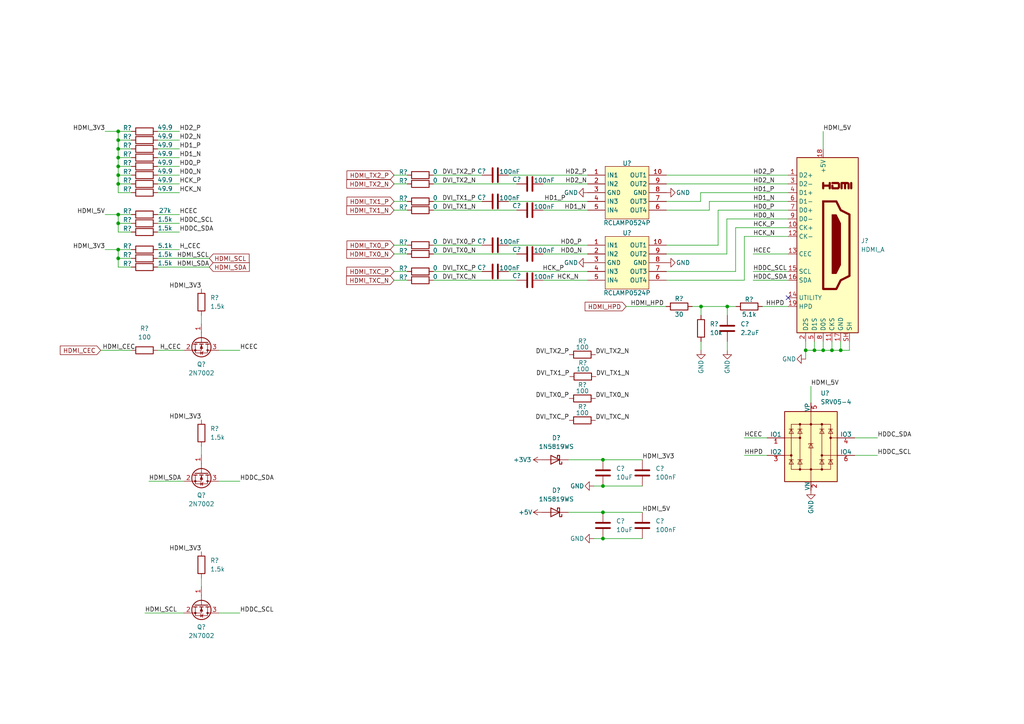
<source format=kicad_sch>
(kicad_sch (version 20211123) (generator eeschema)
  (paper "A4")
  (lib_symbols
    (symbol "Connector:HDMI_A"
      (property "Reference" "J" (at -6.35 26.67 0))
      (property "Value" "HDMI_A" (at 10.16 26.67 0))
      (symbol "HDMI_A_0_0"
        (polyline (pts (xy 8.128 16.51) (xy 8.128 18.034)) (stroke (width 0.635)))
        (polyline (pts (xy 0 16.51) (xy 0 18.034) (xy 0 17.272) (xy 1.905 17.272) (xy 1.905 18.034) (xy 1.905 16.51)) (stroke (width 0.635)))
        (polyline (pts (xy 2.667 18.034) (xy 4.318 18.034) (xy 4.572 17.78) (xy 4.572 16.764) (xy 4.318 16.51) (xy 2.667 16.51) (xy 2.667 17.272)) (stroke (width 0.635)))
      )
      (symbol "HDMI_A_0_1"
        (rectangle (start -7.62 25.4) (end 10.16 -25.4) (stroke (width 0.254)) (fill (type background)))
        (polyline (pts (xy 2.54 8.89) (xy 3.81 8.89) (xy 5.08 6.35) (xy 5.08 -5.715) (xy 3.81 -8.255) (xy 2.54 -8.255) (xy 2.54 8.89)) (fill (type outline)))
        (polyline (pts (xy 5.334 16.51) (xy 5.334 18.034) (xy 6.35 18.034) (xy 6.35 16.51) (xy 6.35 18.034) (xy 7.112 18.034) (xy 7.366 17.78) (xy 7.366 16.51)) (stroke (width 0.635)))
        (polyline (pts (xy 0 12.7) (xy 0 -12.7) (xy 3.81 -12.7) (xy 5.08 -10.16) (xy 7.62 -8.89) (xy 7.62 8.89) (xy 5.08 10.16) (xy 3.81 12.7) (xy 0 12.7)) (stroke (width 0.635)))
      )
      (symbol "HDMI_A_1_1"
        (pin passive line (at -10.16 20.32 0) (length 2.54) (name "D2+") (number "1"))
        (pin passive line (at -10.16 5.08 0) (length 2.54) (name "CK+") (number "10"))
        (pin power_in line (at 2.54 -27.94 90) (length 2.54) (name "CKS") (number "11"))
        (pin passive line (at -10.16 2.54 0) (length 2.54) (name "CK-") (number "12"))
        (pin bidirectional line (at -10.16 -2.54 0) (length 2.54) (name "CEC") (number "13"))
        (pin passive line (at -10.16 -15.24 0) (length 2.54) (name "UTILITY") (number "14"))
        (pin passive line (at -10.16 -7.62 0) (length 2.54) (name "SCL") (number "15"))
        (pin bidirectional line (at -10.16 -10.16 0) (length 2.54) (name "SDA") (number "16"))
        (pin power_in line (at 5.08 -27.94 90) (length 2.54) (name "GND") (number "17"))
        (pin power_in line (at 0 27.94 270) (length 2.54) (name "+5V") (number "18"))
        (pin passive line (at -10.16 -17.78 0) (length 2.54) (name "HPD") (number "19"))
        (pin power_in line (at -5.08 -27.94 90) (length 2.54) (name "D2S") (number "2"))
        (pin passive line (at -10.16 17.78 0) (length 2.54) (name "D2-") (number "3"))
        (pin passive line (at -10.16 15.24 0) (length 2.54) (name "D1+") (number "4"))
        (pin power_in line (at -2.54 -27.94 90) (length 2.54) (name "D1S") (number "5"))
        (pin passive line (at -10.16 12.7 0) (length 2.54) (name "D1-") (number "6"))
        (pin passive line (at -10.16 10.16 0) (length 2.54) (name "D0+") (number "7"))
        (pin power_in line (at 0 -27.94 90) (length 2.54) (name "D0S") (number "8"))
        (pin passive line (at -10.16 7.62 0) (length 2.54) (name "D0-") (number "9"))
        (pin passive line (at 7.62 -27.94 90) (length 2.54) (name "SH") (number "SH"))
      )
    )
    (symbol "Device:C" (pin_numbers hide) (pin_names (offset 0.254))
      (property "Reference" "C" (at 0.635 2.54 0))
      (property "Value" "C" (at 0.635 -2.54 0))
      (symbol "C_0_1"
        (polyline (pts (xy -2.032 -0.762) (xy 2.032 -0.762)) (stroke (width 0.508)))
        (polyline (pts (xy -2.032 0.762) (xy 2.032 0.762)) (stroke (width 0.508)))
      )
      (symbol "C_1_1"
        (pin passive line (at 0 3.81 270) (length 2.794) (name "~") (number "1"))
        (pin passive line (at 0 -3.81 90) (length 2.794) (name "~") (number "2"))
      )
    )
    (symbol "Device:R" (pin_numbers hide) (pin_names (offset 0))
      (property "Reference" "R" (at 2.032 0 90))
      (property "Value" "R" (at 0 0 90))
      (symbol "R_0_1"
        (rectangle (start -1.016 -2.54) (end 1.016 2.54) (stroke (width 0.254)))
      )
      (symbol "R_1_1"
        (pin passive line (at 0 3.81 270) (length 1.27) (name "~") (number "1"))
        (pin passive line (at 0 -3.81 90) (length 1.27) (name "~") (number "2"))
      )
    )
    (symbol "Diode:1N5819WS" (pin_numbers hide) (pin_names (offset 1.016) hide)
      (property "Reference" "D" (at 0 2.54 0))
      (property "Value" "1N5819WS" (at 0 -2.54 0))
      (symbol "1N5819WS_0_1"
        (polyline (pts (xy 1.27 0) (xy -1.27 0)))
        (polyline (pts (xy 1.27 1.27) (xy 1.27 -1.27) (xy -1.27 0) (xy 1.27 1.27)) (stroke (width 0.254)))
        (polyline (pts (xy -1.905 0.635) (xy -1.905 1.27) (xy -1.27 1.27) (xy -1.27 -1.27) (xy -0.635 -1.27) (xy -0.635 -0.635)) (stroke (width 0.254)))
      )
      (symbol "1N5819WS_1_1"
        (pin passive line (at -3.81 0 0) (length 2.54) (name "K") (number "1"))
        (pin passive line (at 3.81 0 180) (length 2.54) (name "A") (number "2"))
      )
    )
    (symbol "FreeVision:RCLAMP0524P"
      (property "Reference" "U" (at 0 0 0))
      (property "Value" "RCLAMP0524P" (at 0 0 0))
      (symbol "RCLAMP0524P_0_1"
        (rectangle (start -6.35 -2.54) (end 6.35 -17.78) (fill (type background)))
      )
      (symbol "RCLAMP0524P_1_0"
        (pin bidirectional line (at -11.43 -5.08 0) (length 5.08) (name "IN1") (number "1"))
        (pin bidirectional line (at 11.43 -5.08 180) (length 5.08) (name "OUT1") (number "10"))
        (pin bidirectional line (at -11.43 -7.62 0) (length 5.08) (name "IN2") (number "2"))
        (pin bidirectional line (at -11.43 -10.16 0) (length 5.08) (name "GND") (number "3"))
        (pin bidirectional line (at -11.43 -12.7 0) (length 5.08) (name "IN3") (number "4"))
        (pin bidirectional line (at -11.43 -15.24 0) (length 5.08) (name "IN4") (number "5"))
        (pin bidirectional line (at 11.43 -15.24 180) (length 5.08) (name "OUT4") (number "6"))
        (pin bidirectional line (at 11.43 -12.7 180) (length 5.08) (name "OUT3") (number "7"))
        (pin bidirectional line (at 11.43 -10.16 180) (length 5.08) (name "GND") (number "8"))
        (pin bidirectional line (at 11.43 -7.62 180) (length 5.08) (name "OUT2") (number "9"))
      )
    )
    (symbol "Power_Protection:SRV05-4" (pin_names (offset 0))
      (property "Reference" "U" (at -5.08 11.43 0))
      (property "Value" "SRV05-4" (at 2.54 11.43 0))
      (symbol "SRV05-4_0_0"
        (rectangle (start -5.715 6.477) (end 5.715 -6.604))
        (polyline (pts (xy -3.175 -6.604) (xy -3.175 6.477)))
        (polyline (pts (xy 3.175 6.477) (xy 3.175 -6.604)))
      )
      (symbol "SRV05-4_0_1"
        (rectangle (start -7.62 10.16) (end 7.62 -10.16) (stroke (width 0.254)) (fill (type background)))
        (circle (center -5.715 -2.54) (radius 0.2794) (fill (type outline)))
        (circle (center -3.175 -6.604) (radius 0.2794) (fill (type outline)))
        (circle (center -3.175 2.54) (radius 0.2794) (fill (type outline)))
        (circle (center -3.175 6.477) (radius 0.2794) (fill (type outline)))
        (circle (center 0 -6.604) (radius 0.2794) (fill (type outline)))
        (polyline (pts (xy -7.747 2.54) (xy -3.175 2.54)))
        (polyline (pts (xy -7.62 -2.54) (xy -5.715 -2.54)))
        (polyline (pts (xy -5.08 -3.81) (xy -6.35 -3.81)))
        (polyline (pts (xy -5.08 5.08) (xy -6.35 5.08)))
        (polyline (pts (xy -2.54 -3.81) (xy -3.81 -3.81)))
        (polyline (pts (xy -2.54 5.08) (xy -3.81 5.08)))
        (polyline (pts (xy 0 10.16) (xy 0 -10.16)))
        (polyline (pts (xy 3.81 -3.81) (xy 2.54 -3.81)))
        (polyline (pts (xy 3.81 5.08) (xy 2.54 5.08)))
        (polyline (pts (xy 6.35 -3.81) (xy 5.08 -3.81)))
        (polyline (pts (xy 6.35 5.08) (xy 5.08 5.08)))
        (polyline (pts (xy 7.62 -2.54) (xy 3.175 -2.54)))
        (polyline (pts (xy 7.62 2.54) (xy 5.715 2.54)))
        (polyline (pts (xy 0.635 0.889) (xy -0.635 0.889) (xy -0.635 0.635)))
        (polyline (pts (xy -5.08 -5.08) (xy -6.35 -5.08) (xy -5.715 -3.81) (xy -5.08 -5.08)))
        (polyline (pts (xy -5.08 3.81) (xy -6.35 3.81) (xy -5.715 5.08) (xy -5.08 3.81)))
        (polyline (pts (xy -2.54 -5.08) (xy -3.81 -5.08) (xy -3.175 -3.81) (xy -2.54 -5.08)))
        (polyline (pts (xy -2.54 3.81) (xy -3.81 3.81) (xy -3.175 5.08) (xy -2.54 3.81)))
        (polyline (pts (xy 0.635 -0.381) (xy -0.635 -0.381) (xy 0 0.889) (xy 0.635 -0.381)))
        (polyline (pts (xy 3.81 -5.08) (xy 2.54 -5.08) (xy 3.175 -3.81) (xy 3.81 -5.08)))
        (polyline (pts (xy 3.81 3.81) (xy 2.54 3.81) (xy 3.175 5.08) (xy 3.81 3.81)))
        (polyline (pts (xy 6.35 -5.08) (xy 5.08 -5.08) (xy 5.715 -3.81) (xy 6.35 -5.08)))
        (polyline (pts (xy 6.35 3.81) (xy 5.08 3.81) (xy 5.715 5.08) (xy 6.35 3.81)))
        (circle (center 0 6.477) (radius 0.2794) (fill (type outline)))
        (circle (center 3.175 -6.604) (radius 0.2794) (fill (type outline)))
        (circle (center 3.175 -2.54) (radius 0.2794) (fill (type outline)))
        (circle (center 3.175 6.477) (radius 0.2794) (fill (type outline)))
        (circle (center 5.715 2.54) (radius 0.2794) (fill (type outline)))
      )
      (symbol "SRV05-4_1_1"
        (pin passive line (at -12.7 2.54 0) (length 5.08) (name "IO1") (number "1"))
        (pin passive line (at 0 -12.7 90) (length 2.54) (name "VN") (number "2"))
        (pin passive line (at -12.7 -2.54 0) (length 5.08) (name "IO2") (number "3"))
        (pin passive line (at 12.7 2.54 180) (length 5.08) (name "IO3") (number "4"))
        (pin passive line (at 0 12.7 270) (length 2.54) (name "VP") (number "5"))
        (pin passive line (at 12.7 -2.54 180) (length 5.08) (name "IO4") (number "6"))
      )
    )
    (symbol "RCLAMP0524P_1"
      (property "Reference" "U" (at 0 0 0))
      (property "Value" "RCLAMP0524P_1" (at 0 0 0))
      (symbol "RCLAMP0524P_1_0_1"
        (rectangle (start -6.35 -2.54) (end 6.35 -17.78) (fill (type background)))
      )
      (symbol "RCLAMP0524P_1_1_0"
        (pin bidirectional line (at -11.43 -5.08 0) (length 5.08) (name "IN1") (number "1"))
        (pin bidirectional line (at 11.43 -5.08 180) (length 5.08) (name "OUT1") (number "10"))
        (pin bidirectional line (at -11.43 -7.62 0) (length 5.08) (name "IN2") (number "2"))
        (pin bidirectional line (at -11.43 -10.16 0) (length 5.08) (name "GND") (number "3"))
        (pin bidirectional line (at -11.43 -12.7 0) (length 5.08) (name "IN3") (number "4"))
        (pin bidirectional line (at -11.43 -15.24 0) (length 5.08) (name "IN4") (number "5"))
        (pin bidirectional line (at 11.43 -15.24 180) (length 5.08) (name "OUT4") (number "6"))
        (pin bidirectional line (at 11.43 -12.7 180) (length 5.08) (name "OUT3") (number "7"))
        (pin bidirectional line (at 11.43 -10.16 180) (length 5.08) (name "GND") (number "8"))
        (pin bidirectional line (at 11.43 -7.62 180) (length 5.08) (name "OUT2") (number "9"))
      )
    )
    (symbol "Transistor_FET:2N7002" (pin_names hide)
      (property "Reference" "Q" (at 5.08 1.905 0))
      (property "Value" "2N7002" (at 5.08 0 0))
      (symbol "2N7002_0_1"
        (polyline (pts (xy 0.254 0) (xy -2.54 0)))
        (polyline (pts (xy 0.254 1.905) (xy 0.254 -1.905)) (stroke (width 0.254)))
        (polyline (pts (xy 0.762 -1.27) (xy 0.762 -2.286)) (stroke (width 0.254)))
        (polyline (pts (xy 0.762 0.508) (xy 0.762 -0.508)) (stroke (width 0.254)))
        (polyline (pts (xy 0.762 2.286) (xy 0.762 1.27)) (stroke (width 0.254)))
        (polyline (pts (xy 2.54 2.54) (xy 2.54 1.778)))
        (polyline (pts (xy 2.54 -2.54) (xy 2.54 0) (xy 0.762 0)))
        (polyline (pts (xy 0.762 -1.778) (xy 3.302 -1.778) (xy 3.302 1.778) (xy 0.762 1.778)))
        (polyline (pts (xy 1.016 0) (xy 2.032 0.381) (xy 2.032 -0.381) (xy 1.016 0)) (fill (type outline)))
        (polyline (pts (xy 2.794 0.508) (xy 2.921 0.381) (xy 3.683 0.381) (xy 3.81 0.254)))
        (polyline (pts (xy 3.302 0.381) (xy 2.921 -0.254) (xy 3.683 -0.254) (xy 3.302 0.381)))
        (circle (center 1.651 0) (radius 2.794) (stroke (width 0.254)))
        (circle (center 2.54 -1.778) (radius 0.254) (fill (type outline)))
        (circle (center 2.54 1.778) (radius 0.254) (fill (type outline)))
      )
      (symbol "2N7002_1_1"
        (pin input line (at -5.08 0 0) (length 2.54) (name "G") (number "1"))
        (pin passive line (at 2.54 -5.08 90) (length 2.54) (name "S") (number "2"))
        (pin passive line (at 2.54 5.08 270) (length 2.54) (name "D") (number "3"))
      )
    )
    (symbol "power:+3V3" (power) (pin_names (offset 0))
      (property "Value" "+3V3" (at 0 3.556 0))
      (symbol "+3V3_0_1"
        (polyline (pts (xy -0.762 1.27) (xy 0 2.54)))
        (polyline (pts (xy 0 0) (xy 0 2.54)))
        (polyline (pts (xy 0 2.54) (xy 0.762 1.27)))
      )
      (symbol "+3V3_1_1"
        (pin power_in line (at 0 0 90) (length 0) hide (name "+3V3") (number "1"))
      )
    )
    (symbol "power:+5V" (power) (pin_names (offset 0))
      (property "Value" "+5V" (at 0 3.556 0))
      (symbol "+5V_0_1"
        (polyline (pts (xy -0.762 1.27) (xy 0 2.54)))
        (polyline (pts (xy 0 0) (xy 0 2.54)))
        (polyline (pts (xy 0 2.54) (xy 0.762 1.27)))
      )
      (symbol "+5V_1_1"
        (pin power_in line (at 0 0 90) (length 0) hide (name "+5V") (number "1"))
      )
    )
    (symbol "power:GND" (power) (pin_names (offset 0))
      (property "Value" "GND" (at 0 -3.81 0))
      (symbol "GND_0_1"
        (polyline (pts (xy 0 0) (xy 0 -1.27) (xy 1.27 -1.27) (xy 0 -2.54) (xy -1.27 -1.27) (xy 0 -1.27)))
      )
      (symbol "GND_1_1"
        (pin power_in line (at 0 0 270) (length 0) hide (name "GND") (number "1"))
      )
    )
  )
  (junction (at 34.29 64.77))
  (junction (at 233.68 101.6))
  (junction (at 210.947 88.9))
  (junction (at 174.879 148.59))
  (junction (at 34.29 50.8))
  (junction (at 174.879 133.35))
  (junction (at 34.29 48.26))
  (junction (at 241.3 101.6))
  (junction (at 34.29 38.1))
  (junction (at 34.29 43.18))
  (junction (at 174.879 156.21))
  (junction (at 34.29 40.64))
  (junction (at 34.29 45.72))
  (junction (at 34.29 62.23))
  (junction (at 243.84 101.6))
  (junction (at 34.29 53.34))
  (junction (at 236.22 101.6))
  (junction (at 34.29 74.93))
  (junction (at 174.879 140.97))
  (junction (at 203.327 88.9))
  (junction (at 34.29 72.39))
  (junction (at 238.76 101.6))
  (no_connect (at 228.6 86.36))
  (wire (pts (xy 34.29 50.8) (xy 34.29 48.26)))
  (wire (pts (xy 125.73 73.66) (xy 149.86 73.66)))
  (wire (pts (xy 29.21 101.6) (xy 38.1 101.6)))
  (wire (pts (xy 247.904 127) (xy 254.508 127)))
  (wire (pts (xy 125.73 78.74) (xy 139.827 78.74)))
  (wire (pts (xy 45.72 64.77) (xy 52.07 64.77)))
  (wire (pts (xy 147.447 78.74) (xy 170.434 78.74)))
  (wire (pts (xy 30.48 38.1) (xy 34.29 38.1)))
  (wire (pts (xy 174.879 148.59) (xy 186.309 148.59)))
  (wire (pts (xy 34.29 53.34) (xy 34.29 50.8)))
  (wire (pts (xy 34.29 64.77) (xy 34.29 67.31)))
  (wire (pts (xy 114.3 53.34) (xy 118.11 53.34)))
  (wire (pts (xy 125.73 71.12) (xy 139.827 71.12)))
  (wire (pts (xy 213.36 66.04) (xy 228.6 66.04)))
  (wire (pts (xy 45.72 101.6) (xy 53.34 101.6)))
  (wire (pts (xy 147.447 50.8) (xy 170.434 50.8)))
  (wire (pts (xy 38.1 77.47) (xy 34.29 77.47)))
  (wire (pts (xy 203.2 58.42) (xy 203.2 55.88)))
  (wire (pts (xy 157.48 81.28) (xy 170.434 81.28)))
  (wire (pts (xy 203.2 55.88) (xy 228.6 55.88)))
  (wire (pts (xy 193.294 58.42) (xy 203.2 58.42)))
  (wire (pts (xy 215.9 81.28) (xy 215.9 68.58)))
  (wire (pts (xy 45.72 40.64) (xy 52.07 40.64)))
  (wire (pts (xy 45.72 45.72) (xy 52.07 45.72)))
  (wire (pts (xy 157.48 53.34) (xy 170.434 53.34)))
  (wire (pts (xy 45.72 55.88) (xy 52.07 55.88)))
  (wire (pts (xy 45.72 67.31) (xy 52.07 67.31)))
  (wire (pts (xy 246.38 101.6) (xy 243.84 101.6)))
  (wire (pts (xy 34.29 62.23) (xy 38.1 62.23)))
  (wire (pts (xy 114.3 81.28) (xy 118.11 81.28)))
  (wire (pts (xy 34.29 64.77) (xy 38.1 64.77)))
  (wire (pts (xy 34.29 45.72) (xy 38.1 45.72)))
  (wire (pts (xy 125.73 58.42) (xy 139.827 58.42)))
  (wire (pts (xy 210.947 88.9) (xy 210.947 91.44)))
  (wire (pts (xy 34.29 43.18) (xy 38.1 43.18)))
  (wire (pts (xy 208.28 60.96) (xy 208.28 71.12)))
  (wire (pts (xy 58.42 167.64) (xy 58.42 170.18)))
  (wire (pts (xy 34.29 55.88) (xy 34.29 53.34)))
  (wire (pts (xy 218.44 81.28) (xy 228.6 81.28)))
  (wire (pts (xy 45.72 38.1) (xy 52.07 38.1)))
  (wire (pts (xy 218.44 78.74) (xy 228.6 78.74)))
  (wire (pts (xy 247.904 132.08) (xy 254.508 132.08)))
  (wire (pts (xy 38.1 67.31) (xy 34.29 67.31)))
  (wire (pts (xy 233.68 101.6) (xy 233.68 104.14)))
  (wire (pts (xy 114.3 73.66) (xy 118.11 73.66)))
  (wire (pts (xy 125.73 53.34) (xy 149.86 53.34)))
  (wire (pts (xy 34.29 45.72) (xy 34.29 43.18)))
  (wire (pts (xy 45.72 74.93) (xy 60.706 74.93)))
  (wire (pts (xy 172.212 156.21) (xy 174.879 156.21)))
  (wire (pts (xy 157.48 73.66) (xy 170.434 73.66)))
  (wire (pts (xy 45.72 62.23) (xy 52.07 62.23)))
  (wire (pts (xy 34.29 77.47) (xy 34.29 74.93)))
  (wire (pts (xy 34.29 53.34) (xy 38.1 53.34)))
  (wire (pts (xy 58.42 129.413) (xy 58.42 131.953)))
  (wire (pts (xy 63.5 177.8) (xy 69.596 177.8)))
  (wire (pts (xy 203.327 88.9) (xy 210.947 88.9)))
  (wire (pts (xy 215.9 68.58) (xy 228.6 68.58)))
  (wire (pts (xy 193.294 73.66) (xy 210.82 73.66)))
  (wire (pts (xy 45.72 77.47) (xy 60.706 77.47)))
  (wire (pts (xy 125.73 81.28) (xy 149.86 81.28)))
  (wire (pts (xy 221.107 88.9) (xy 228.6 88.9)))
  (wire (pts (xy 210.947 99.06) (xy 210.947 101.6)))
  (wire (pts (xy 45.72 72.39) (xy 52.07 72.39)))
  (wire (pts (xy 34.29 74.93) (xy 38.1 74.93)))
  (wire (pts (xy 45.72 43.18) (xy 52.07 43.18)))
  (wire (pts (xy 147.447 71.12) (xy 170.434 71.12)))
  (wire (pts (xy 193.294 50.8) (xy 228.6 50.8)))
  (wire (pts (xy 174.879 140.97) (xy 186.309 140.97)))
  (wire (pts (xy 215.9 132.08) (xy 222.504 132.08)))
  (wire (pts (xy 34.29 72.39) (xy 38.1 72.39)))
  (wire (pts (xy 30.48 72.39) (xy 34.29 72.39)))
  (wire (pts (xy 200.787 88.9) (xy 203.327 88.9)))
  (wire (pts (xy 34.29 43.18) (xy 34.29 40.64)))
  (wire (pts (xy 114.3 50.8) (xy 118.11 50.8)))
  (wire (pts (xy 125.73 50.8) (xy 139.827 50.8)))
  (wire (pts (xy 181.61 88.9) (xy 193.167 88.9)))
  (wire (pts (xy 241.3 99.06) (xy 241.3 101.6)))
  (wire (pts (xy 243.84 101.6) (xy 241.3 101.6)))
  (wire (pts (xy 157.48 60.96) (xy 170.434 60.96)))
  (wire (pts (xy 238.76 101.6) (xy 236.22 101.6)))
  (wire (pts (xy 193.294 71.12) (xy 208.28 71.12)))
  (wire (pts (xy 42.037 177.8) (xy 53.34 177.8)))
  (wire (pts (xy 34.29 48.26) (xy 38.1 48.26)))
  (wire (pts (xy 203.327 99.06) (xy 203.327 101.6)))
  (wire (pts (xy 243.84 99.06) (xy 243.84 101.6)))
  (wire (pts (xy 210.947 88.9) (xy 213.487 88.9)))
  (wire (pts (xy 114.3 71.12) (xy 118.11 71.12)))
  (wire (pts (xy 193.294 60.96) (xy 205.74 60.96)))
  (wire (pts (xy 38.1 55.88) (xy 34.29 55.88)))
  (wire (pts (xy 208.28 60.96) (xy 228.6 60.96)))
  (wire (pts (xy 34.29 40.64) (xy 38.1 40.64)))
  (wire (pts (xy 125.73 60.96) (xy 149.86 60.96)))
  (wire (pts (xy 213.36 78.74) (xy 213.36 66.04)))
  (wire (pts (xy 34.29 74.93) (xy 34.29 72.39)))
  (wire (pts (xy 34.29 38.1) (xy 38.1 38.1)))
  (wire (pts (xy 193.294 53.34) (xy 228.6 53.34)))
  (wire (pts (xy 45.72 50.8) (xy 52.07 50.8)))
  (wire (pts (xy 236.22 101.6) (xy 233.68 101.6)))
  (wire (pts (xy 147.447 58.42) (xy 170.434 58.42)))
  (wire (pts (xy 164.846 133.35) (xy 174.879 133.35)))
  (wire (pts (xy 218.44 73.66) (xy 228.6 73.66)))
  (wire (pts (xy 172.212 140.97) (xy 174.879 140.97)))
  (wire (pts (xy 63.5 101.6) (xy 69.596 101.6)))
  (wire (pts (xy 193.294 78.74) (xy 213.36 78.74)))
  (wire (pts (xy 238.76 38.1) (xy 238.76 43.18)))
  (wire (pts (xy 205.74 60.96) (xy 205.74 58.42)))
  (wire (pts (xy 43.18 139.573) (xy 53.34 139.573)))
  (wire (pts (xy 34.29 50.8) (xy 38.1 50.8)))
  (wire (pts (xy 164.846 148.59) (xy 174.879 148.59)))
  (wire (pts (xy 114.3 78.74) (xy 118.11 78.74)))
  (wire (pts (xy 174.879 133.35) (xy 186.309 133.35)))
  (wire (pts (xy 210.82 73.66) (xy 210.82 63.5)))
  (wire (pts (xy 45.72 53.34) (xy 52.07 53.34)))
  (wire (pts (xy 210.82 63.5) (xy 228.6 63.5)))
  (wire (pts (xy 203.327 88.9) (xy 203.327 91.44)))
  (wire (pts (xy 241.3 101.6) (xy 238.76 101.6)))
  (wire (pts (xy 30.48 62.23) (xy 34.29 62.23)))
  (wire (pts (xy 34.29 62.23) (xy 34.29 64.77)))
  (wire (pts (xy 63.5 139.573) (xy 69.596 139.573)))
  (wire (pts (xy 45.72 48.26) (xy 52.07 48.26)))
  (wire (pts (xy 193.294 81.28) (xy 215.9 81.28)))
  (wire (pts (xy 235.204 112.014) (xy 235.204 116.84)))
  (wire (pts (xy 238.76 99.06) (xy 238.76 101.6)))
  (wire (pts (xy 58.42 91.44) (xy 58.42 93.98)))
  (wire (pts (xy 114.3 60.96) (xy 118.11 60.96)))
  (wire (pts (xy 34.29 40.64) (xy 34.29 38.1)))
  (wire (pts (xy 114.3 58.42) (xy 118.11 58.42)))
  (wire (pts (xy 246.38 99.06) (xy 246.38 101.6)))
  (wire (pts (xy 205.74 58.42) (xy 228.6 58.42)))
  (wire (pts (xy 215.9 127) (xy 222.504 127)))
  (wire (pts (xy 174.879 156.21) (xy 186.309 156.21)))
  (wire (pts (xy 34.29 48.26) (xy 34.29 45.72)))
  (wire (pts (xy 233.68 99.06) (xy 233.68 101.6)))
  (wire (pts (xy 236.22 99.06) (xy 236.22 101.6)))
  (label "DVI_TX1_P" (at 128.27 58.42 0))
  (label "H_CEC" (at 46.355 101.6 0))
  (label "HD2_P" (at 52.07 38.1 0))
  (label "HCEC" (at 52.07 62.23 0))
  (label "HDDC_SCL" (at 52.07 64.77 0))
  (label "HDDC_SDA" (at 218.44 81.28 0))
  (label "HD0_N" (at 218.44 63.5 0))
  (label "HCK_N" (at 218.44 68.58 0))
  (label "DVI_TX1_N" (at 172.847 109.22 0))
  (label "DVI_TX2_N" (at 172.72 102.87 0))
  (label "HHPD" (at 222.123 88.9 0))
  (label "DVI_TX0_P" (at 128.27 71.12 0))
  (label "DVI_TX0_P" (at 165.1 115.57 180))
  (label "HD1_N" (at 163.703 60.96 0))
  (label "DVI_TX2_P" (at 128.27 50.8 0))
  (label "DVI_TX0_N" (at 172.72 115.57 0))
  (label "HD1_N" (at 52.07 45.72 0))
  (label "HD0_P" (at 162.56 71.12 0))
  (label "HHPD" (at 215.9 132.08 0))
  (label "HD1_P" (at 218.44 55.88 0))
  (label "HDMI_3V3" (at 186.309 133.35 0))
  (label "HCEC" (at 69.596 101.6 0))
  (label "HD2_N" (at 218.44 53.34 0))
  (label "DVI_TXC_N" (at 128.27 81.28 0))
  (label "HDMI_HPD" (at 182.88 88.9 0))
  (label "DVI_TXC_N" (at 172.72 121.92 0))
  (label "HDMI_3V3" (at 58.42 83.82 180))
  (label "HDMI_SCL" (at 51.308 74.93 0))
  (label "DVI_TX2_N" (at 128.27 53.34 0))
  (label "HDMI_5V" (at 235.204 112.014 0))
  (label "HCK_N" (at 161.544 81.28 0))
  (label "HDMI_3V3" (at 30.48 72.39 180))
  (label "HDMI_5V" (at 186.309 148.59 0))
  (label "HDDC_SDA" (at 69.596 139.573 0))
  (label "HDDC_SCL" (at 69.596 177.8 0))
  (label "HD0_P" (at 52.07 48.26 0))
  (label "DVI_TX1_P" (at 165.227 109.22 180))
  (label "HCK_P" (at 218.44 66.04 0))
  (label "HDMI_SCL" (at 42.037 177.8 0))
  (label "HD1_P" (at 157.861 58.42 0))
  (label "DVI_TX1_N" (at 128.27 60.96 0))
  (label "H_CEC" (at 52.07 72.39 0))
  (label "HD2_N" (at 52.07 40.64 0))
  (label "DVI_TXC_P" (at 128.27 78.74 0))
  (label "HCK_P" (at 52.07 53.34 0))
  (label "HDMI_SDA" (at 51.308 77.47 0))
  (label "HDDC_SDA" (at 52.07 67.31 0))
  (label "HCK_P" (at 157.353 78.74 0))
  (label "HCEC" (at 218.44 73.66 0))
  (label "HDMI_3V3" (at 30.48 38.1 180))
  (label "HD0_N" (at 162.56 73.66 0))
  (label "HDMI_3V3" (at 58.42 121.793 180))
  (label "HCEC" (at 215.9 127 0))
  (label "HDMI_5V" (at 238.76 38.1 0))
  (label "HD0_N" (at 52.07 50.8 0))
  (label "HD2_N" (at 163.957 53.34 0))
  (label "HDMI_SDA" (at 43.18 139.573 0))
  (label "HDMI_3V3" (at 58.42 160.02 180))
  (label "HD2_P" (at 163.957 50.8 0))
  (label "HDDC_SCL" (at 218.44 78.74 0))
  (label "HCK_N" (at 52.07 55.88 0))
  (label "HD1_P" (at 52.07 43.18 0))
  (label "DVI_TXC_P" (at 165.1 121.92 180))
  (label "HDMI_5V" (at 30.48 62.23 180))
  (label "DVI_TX0_N" (at 128.27 73.66 0))
  (label "HDMI_CEC" (at 29.718 101.6 0))
  (label "HDDC_SCL" (at 254.508 132.08 0))
  (label "HD1_N" (at 218.44 58.42 0))
  (label "HD0_P" (at 218.44 60.96 0))
  (label "HDDC_SDA" (at 254.508 127 0))
  (label "HD2_P" (at 218.44 50.8 0))
  (label "DVI_TX2_P" (at 165.1 102.87 180))
  (global_label "HDMI_TXC_N" (shape input) (at 114.3 81.28 180) (property "Intersheet References" "${INTERSHEET_REFS}" (effects hide)))
  (global_label "HDMI_TX1_P" (shape input) (at 114.3 58.42 180) (property "Intersheet References" "${INTERSHEET_REFS}" (effects hide)))
  (global_label "HDMI_TX1_N" (shape input) (at 114.3 60.96 180) (property "Intersheet References" "${INTERSHEET_REFS}" (effects hide)))
  (global_label "HDMI_TXC_P" (shape input) (at 114.3 78.74 180) (property "Intersheet References" "${INTERSHEET_REFS}" (effects hide)))
  (global_label "HDMI_TX2_N" (shape input) (at 114.3 53.34 180) (property "Intersheet References" "${INTERSHEET_REFS}" (effects hide)))
  (global_label "HDMI_SCL" (shape input) (at 60.706 74.93 0) (property "Intersheet References" "${INTERSHEET_REFS}" (effects hide)))
  (global_label "HDMI_TX2_P" (shape input) (at 114.3 50.8 180) (property "Intersheet References" "${INTERSHEET_REFS}" (effects hide)))
  (global_label "HDMI_TX0_P" (shape input) (at 114.3 71.12 180) (property "Intersheet References" "${INTERSHEET_REFS}" (effects hide)))
  (global_label "HDMI_SDA" (shape input) (at 60.706 77.47 0) (property "Intersheet References" "${INTERSHEET_REFS}" (effects hide)))
  (global_label "HDMI_CEC" (shape input) (at 29.21 101.6 180) (property "Intersheet References" "${INTERSHEET_REFS}" (effects hide)))
  (global_label "HDMI_HPD" (shape input) (at 181.61 88.9 180) (property "Intersheet References" "${INTERSHEET_REFS}" (effects hide)))
  (global_label "HDMI_TX0_N" (shape input) (at 114.3 73.66 180) (property "Intersheet References" "${INTERSHEET_REFS}" (effects hide)))
  (symbol (lib_id "Device:R") (at 41.91 62.23 90) (unit 1)
    (property "Reference" "R?" (at 36.957 61.214 90))
    (property "Value" "27k" (at 47.879 61.087 90))
  )
  (symbol (lib_id "Device:C") (at 153.67 60.96 90) (unit 1)
    (property "Reference" "C?" (at 149.86 59.69 90))
    (property "Value" "100nF" (at 157.861 59.944 90))
  )
  (symbol (lib_id "Device:R") (at 121.92 53.34 90) (unit 1)
    (property "Reference" "R?" (at 116.967 52.451 90))
    (property "Value" "0" (at 126.238 52.324 90))
  )
  (symbol (lib_id "Connector:HDMI_A") (at 238.76 71.12 0) (unit 1)
    (property "Reference" "J?" (at 249.682 69.8499 0) (effects (justify left)))
    (property "Value" "HDMI_A" (at 249.682 72.3899 0) (effects (justify left)))
    (property "Datasheet" "https://en.wikipedia.org/wiki/HDMI" (effects hide))
  )
  (symbol (lib_id "Device:R") (at 41.91 101.6 90) (unit 1)
    (property "Reference" "R?" (at 41.91 95.25 90))
    (property "Value" "100" (at 41.91 97.79 90))
  )
  (symbol (lib_id "Transistor_FET:2N7002") (at 58.42 137.033 270) (unit 1)
    (property "Reference" "Q?" (at 58.42 143.637 90))
    (property "Value" "2N7002" (at 58.42 146.177 90))
    (property "Footprint" "Package_TO_SOT_SMD:SOT-23" (effects hide))
    (property "Datasheet" "https://www.onsemi.com/pub/Collateral/NDS7002A-D.PDF" (effects hide))
  )
  (symbol (lib_id "Device:R") (at 41.91 43.18 90) (unit 1)
    (property "Reference" "R?" (at 36.957 42.164 90))
    (property "Value" "49.9" (at 47.879 42.037 90))
  )
  (symbol (lib_id "Device:R") (at 41.91 74.93 90) (unit 1)
    (property "Reference" "R?" (at 36.957 73.914 90))
    (property "Value" "1.5k" (at 47.879 73.787 90))
  )
  (symbol (lib_id "Device:R") (at 41.91 45.72 90) (unit 1)
    (property "Reference" "R?" (at 36.957 44.704 90))
    (property "Value" "49.9" (at 47.879 44.577 90))
  )
  (symbol (lib_id "Diode:1N5819WS") (at 161.036 133.35 180) (unit 1)
    (property "Reference" "D?" (at 161.3535 127 0))
    (property "Value" "1N5819WS" (at 161.3535 129.54 0))
    (property "Footprint" "Diode_SMD:D_SOD-323" (effects hide))
    (property "Datasheet" "https://datasheet.lcsc.com/lcsc/2204281430_Guangdong-Hottech-1N5819WS_C191023.pdf" (effects hide))
  )
  (symbol (lib_id "power:GND") (at 203.327 101.6 0) (unit 1)
    (property "Reference" "#PWR?" (effects hide))
    (property "Value" "GND" (at 203.327 108.458 90) (effects (justify left)))
  )
  (symbol (lib_id "Device:R") (at 41.91 38.1 90) (unit 1)
    (property "Reference" "R?" (at 36.957 37.084 90))
    (property "Value" "49.9" (at 47.879 36.957 90))
  )
  (symbol (lib_id "Device:R") (at 121.92 71.12 90) (unit 1)
    (property "Reference" "R?" (at 116.967 70.231 90))
    (property "Value" "0" (at 126.238 70.104 90))
  )
  (symbol (lib_id "Device:R") (at 169.037 109.22 90) (unit 1)
    (property "Reference" "R?" (at 169.037 105.283 90))
    (property "Value" "100" (at 169.037 107.061 90))
  )
  (symbol (lib_id "Device:R") (at 41.91 55.88 90) (unit 1)
    (property "Reference" "R?" (at 36.957 54.864 90))
    (property "Value" "49.9" (at 47.879 54.737 90))
  )
  (symbol (lib_id "power:+3V3") (at 157.226 133.35 90) (unit 1)
    (property "Reference" "#PWR?" (effects hide))
    (property "Value" "+3V3" (at 148.844 133.35 90) (effects (justify right)))
  )
  (symbol (lib_id "Device:R") (at 41.91 67.31 90) (unit 1)
    (property "Reference" "R?" (at 36.957 66.294 90))
    (property "Value" "1.5k" (at 47.879 66.167 90))
  )
  (symbol (lib_id "Device:R") (at 41.91 72.39 90) (unit 1)
    (property "Reference" "R?" (at 36.957 71.374 90))
    (property "Value" "5.1k" (at 47.879 71.247 90))
  )
  (symbol (lib_id "Device:R") (at 121.92 81.28 90) (unit 1)
    (property "Reference" "R?" (at 116.967 80.391 90))
    (property "Value" "0" (at 126.238 80.264 90))
  )
  (symbol (lib_name "RCLAMP0524P_1") (lib_id "FreeVision:RCLAMP0524P") (at 181.864 45.72 0) (unit 1)
    (property "Reference" "U?" (at 181.864 47.371 0))
    (property "Value" "RCLAMP0524P" (at 181.864 64.643 0))
  )
  (symbol (lib_id "Transistor_FET:2N7002") (at 58.42 99.06 270) (unit 1)
    (property "Reference" "Q?" (at 58.42 105.664 90))
    (property "Value" "2N7002" (at 58.42 108.204 90))
    (property "Footprint" "Package_TO_SOT_SMD:SOT-23" (effects hide))
    (property "Datasheet" "https://www.onsemi.com/pub/Collateral/NDS7002A-D.PDF" (effects hide))
  )
  (symbol (lib_id "Device:R") (at 41.91 53.34 90) (unit 1)
    (property "Reference" "R?" (at 36.957 52.324 90))
    (property "Value" "49.9" (at 47.879 52.197 90))
  )
  (symbol (lib_id "Device:C") (at 186.309 152.4 0) (unit 1)
    (property "Reference" "C?" (at 190.119 151.1299 0) (effects (justify left)))
    (property "Value" "100nF" (at 190.119 153.6699 0) (effects (justify left)))
  )
  (symbol (lib_id "power:GND") (at 210.947 101.6 0) (unit 1)
    (property "Reference" "#PWR?" (effects hide))
    (property "Value" "GND" (at 210.947 108.458 90) (effects (justify left)))
  )
  (symbol (lib_id "Device:C") (at 174.879 152.4 0) (unit 1)
    (property "Reference" "C?" (at 178.689 151.1299 0) (effects (justify left)))
    (property "Value" "10uF" (at 178.689 153.6699 0) (effects (justify left)))
  )
  (symbol (lib_id "Power_Protection:SRV05-4") (at 235.204 129.54 0) (unit 1)
    (property "Reference" "U?" (at 237.9727 114.046 0) (effects (justify left)))
    (property "Value" "SRV05-4" (at 237.9727 116.586 0) (effects (justify left)))
    (property "Footprint" "Package_TO_SOT_SMD:SOT-23-6" (effects hide))
    (property "Datasheet" "http://www.onsemi.com/pub/Collateral/SRV05-4-D.PDF" (effects hide))
  )
  (symbol (lib_id "Device:C") (at 153.67 53.34 90) (unit 1)
    (property "Reference" "C?" (at 149.86 52.07 90))
    (property "Value" "100nF" (at 157.861 52.324 90))
  )
  (symbol (lib_id "power:GND") (at 193.294 55.88 90) (unit 1)
    (property "Reference" "#PWR?" (effects hide))
    (property "Value" "GND" (at 200.152 55.88 90) (effects (justify left)))
  )
  (symbol (lib_id "Device:C") (at 143.637 50.8 90) (unit 1)
    (property "Reference" "C?" (at 139.7 49.657 90))
    (property "Value" "100nF" (at 147.828 49.784 90))
  )
  (symbol (lib_id "Transistor_FET:2N7002") (at 58.42 175.26 270) (unit 1)
    (property "Reference" "Q?" (at 58.42 181.864 90))
    (property "Value" "2N7002" (at 58.42 184.404 90))
    (property "Footprint" "Package_TO_SOT_SMD:SOT-23" (effects hide))
    (property "Datasheet" "https://www.onsemi.com/pub/Collateral/NDS7002A-D.PDF" (effects hide))
  )
  (symbol (lib_id "power:+5V") (at 157.226 148.59 90) (unit 1)
    (property "Reference" "#PWR?" (effects hide))
    (property "Value" "+5V" (at 152.4 148.59 90))
  )
  (symbol (lib_id "Device:R") (at 121.92 50.8 90) (unit 1)
    (property "Reference" "R?" (at 116.967 49.911 90))
    (property "Value" "0" (at 126.238 49.784 90))
  )
  (symbol (lib_id "Device:C") (at 143.637 78.74 90) (unit 1)
    (property "Reference" "C?" (at 139.7 77.597 90))
    (property "Value" "100nF" (at 147.828 77.724 90))
  )
  (symbol (lib_id "Diode:1N5819WS") (at 161.036 148.59 180) (unit 1)
    (property "Reference" "D?" (at 161.3535 142.24 0))
    (property "Value" "1N5819WS" (at 161.3535 144.78 0))
    (property "Footprint" "Diode_SMD:D_SOD-323" (effects hide))
    (property "Datasheet" "https://datasheet.lcsc.com/lcsc/2204281430_Guangdong-Hottech-1N5819WS_C191023.pdf" (effects hide))
  )
  (symbol (lib_id "Device:R") (at 41.91 77.47 90) (unit 1)
    (property "Reference" "R?" (at 36.957 76.454 90))
    (property "Value" "1.5k" (at 47.879 76.327 90))
  )
  (symbol (lib_id "Device:R") (at 168.91 121.92 90) (unit 1)
    (property "Reference" "R?" (at 168.91 117.983 90))
    (property "Value" "100" (at 168.91 119.761 90))
  )
  (symbol (lib_id "Device:R") (at 121.92 60.96 90) (unit 1)
    (property "Reference" "R?" (at 116.967 60.071 90))
    (property "Value" "0" (at 126.238 59.944 90))
  )
  (symbol (lib_id "power:GND") (at 170.434 55.88 270) (unit 1)
    (property "Reference" "#PWR?" (effects hide))
    (property "Value" "GND" (at 163.576 55.88 90) (effects (justify left)))
  )
  (symbol (lib_id "Device:R") (at 58.42 163.83 0) (unit 1)
    (property "Reference" "R?" (at 60.96 162.5599 0) (effects (justify left)))
    (property "Value" "1.5k" (at 60.96 165.0999 0) (effects (justify left)))
  )
  (symbol (lib_id "power:GND") (at 235.204 142.24 0) (unit 1)
    (property "Reference" "#PWR?" (effects hide))
    (property "Value" "GND" (at 235.204 149.098 90) (effects (justify left)))
  )
  (symbol (lib_id "Device:R") (at 168.91 115.57 90) (unit 1)
    (property "Reference" "R?" (at 168.91 111.633 90))
    (property "Value" "100" (at 168.91 113.411 90))
  )
  (symbol (lib_id "Device:C") (at 186.309 137.16 0) (unit 1)
    (property "Reference" "C?" (at 190.119 135.8899 0) (effects (justify left)))
    (property "Value" "100nF" (at 190.119 138.4299 0) (effects (justify left)))
  )
  (symbol (lib_id "Device:R") (at 121.92 78.74 90) (unit 1)
    (property "Reference" "R?" (at 116.967 77.851 90))
    (property "Value" "0" (at 126.238 77.724 90))
  )
  (symbol (lib_id "Device:C") (at 143.637 58.42 90) (unit 1)
    (property "Reference" "C?" (at 139.7 57.277 90))
    (property "Value" "100nF" (at 147.828 57.404 90))
  )
  (symbol (lib_id "power:GND") (at 170.434 76.2 270) (unit 1)
    (property "Reference" "#PWR?" (effects hide))
    (property "Value" "GND" (at 163.576 76.2 90) (effects (justify left)))
  )
  (symbol (lib_id "Device:C") (at 210.947 95.25 0) (unit 1)
    (property "Reference" "C?" (at 214.757 93.9799 0) (effects (justify left)))
    (property "Value" "2.2uF" (at 214.757 96.5199 0) (effects (justify left)))
  )
  (symbol (lib_id "Device:R") (at 168.91 102.87 90) (unit 1)
    (property "Reference" "R?" (at 168.91 98.933 90))
    (property "Value" "100" (at 168.91 100.711 90))
  )
  (symbol (lib_id "power:GND") (at 233.68 104.14 270) (unit 1)
    (property "Reference" "#PWR?" (effects hide))
    (property "Value" "GND" (at 226.822 104.14 90) (effects (justify left)))
  )
  (symbol (lib_id "Device:R") (at 58.42 125.603 0) (unit 1)
    (property "Reference" "R?" (at 60.96 124.3329 0) (effects (justify left)))
    (property "Value" "1.5k" (at 60.96 126.8729 0) (effects (justify left)))
  )
  (symbol (lib_id "Device:C") (at 143.637 71.12 90) (unit 1)
    (property "Reference" "C?" (at 139.7 69.977 90))
    (property "Value" "100nF" (at 147.828 70.104 90))
  )
  (symbol (lib_id "Device:R") (at 121.92 73.66 90) (unit 1)
    (property "Reference" "R?" (at 116.967 72.771 90))
    (property "Value" "0" (at 126.238 72.644 90))
  )
  (symbol (lib_id "power:GND") (at 193.294 76.2 90) (unit 1)
    (property "Reference" "#PWR?" (effects hide))
    (property "Value" "GND" (at 200.152 76.2 90) (effects (justify left)))
  )
  (symbol (lib_id "Device:R") (at 217.297 88.9 90) (unit 1)
    (property "Reference" "R?" (at 217.297 86.868 90))
    (property "Value" "5.1k" (at 217.297 91.186 90))
  )
  (symbol (lib_id "power:GND") (at 172.212 156.21 270) (unit 1)
    (property "Reference" "#PWR?" (effects hide))
    (property "Value" "GND" (at 165.354 156.21 90) (effects (justify left)))
  )
  (symbol (lib_id "Device:R") (at 58.42 87.63 0) (unit 1)
    (property "Reference" "R?" (at 60.96 86.3599 0) (effects (justify left)))
    (property "Value" "1.5k" (at 60.96 88.8999 0) (effects (justify left)))
  )
  (symbol (lib_id "Device:R") (at 121.92 58.42 90) (unit 1)
    (property "Reference" "R?" (at 116.967 57.531 90))
    (property "Value" "0" (at 126.238 57.404 90))
  )
  (symbol (lib_id "Device:C") (at 153.67 73.66 90) (unit 1)
    (property "Reference" "C?" (at 149.86 72.39 90))
    (property "Value" "100nF" (at 157.861 72.644 90))
  )
  (symbol (lib_id "Device:C") (at 174.879 137.16 0) (unit 1)
    (property "Reference" "C?" (at 178.689 135.8899 0) (effects (justify left)))
    (property "Value" "10uF" (at 178.689 138.4299 0) (effects (justify left)))
  )
  (symbol (lib_id "Device:R") (at 41.91 40.64 90) (unit 1)
    (property "Reference" "R?" (at 36.957 39.624 90))
    (property "Value" "49.9" (at 47.879 39.497 90))
  )
  (symbol (lib_id "Device:R") (at 196.977 88.9 270) (unit 1)
    (property "Reference" "R?" (at 196.977 86.614 90))
    (property "Value" "30" (at 196.977 91.186 90))
  )
  (symbol (lib_id "FreeVision:RCLAMP0524P") (at 181.864 66.04 0) (unit 1)
    (property "Reference" "U?" (at 181.864 67.564 0))
    (property "Value" "RCLAMP0524P" (at 181.864 84.963 0))
  )
  (symbol (lib_id "Device:R") (at 203.327 95.25 180) (unit 1)
    (property "Reference" "R?" (at 205.867 93.9799 0) (effects (justify right)))
    (property "Value" "10k" (at 205.867 96.5199 0) (effects (justify right)))
  )
  (symbol (lib_id "Device:R") (at 41.91 64.77 90) (unit 1)
    (property "Reference" "R?" (at 36.957 63.754 90))
    (property "Value" "1.5k" (at 47.879 63.627 90))
  )
  (symbol (lib_id "Device:C") (at 153.67 81.28 90) (unit 1)
    (property "Reference" "C?" (at 149.86 80.01 90))
    (property "Value" "100nF" (at 157.861 80.264 90))
  )
  (symbol (lib_id "Device:R") (at 41.91 50.8 90) (unit 1)
    (property "Reference" "R?" (at 36.957 49.784 90))
    (property "Value" "49.9" (at 47.879 49.657 90))
  )
  (symbol (lib_id "power:GND") (at 172.212 140.97 270) (unit 1)
    (property "Reference" "#PWR?" (effects hide))
    (property "Value" "GND" (at 165.354 140.97 90) (effects (justify left)))
  )
  (symbol (lib_id "Device:R") (at 41.91 48.26 90) (unit 1)
    (property "Reference" "R?" (at 36.957 47.244 90))
    (property "Value" "49.9" (at 47.879 47.117 90))
  )
)
</source>
